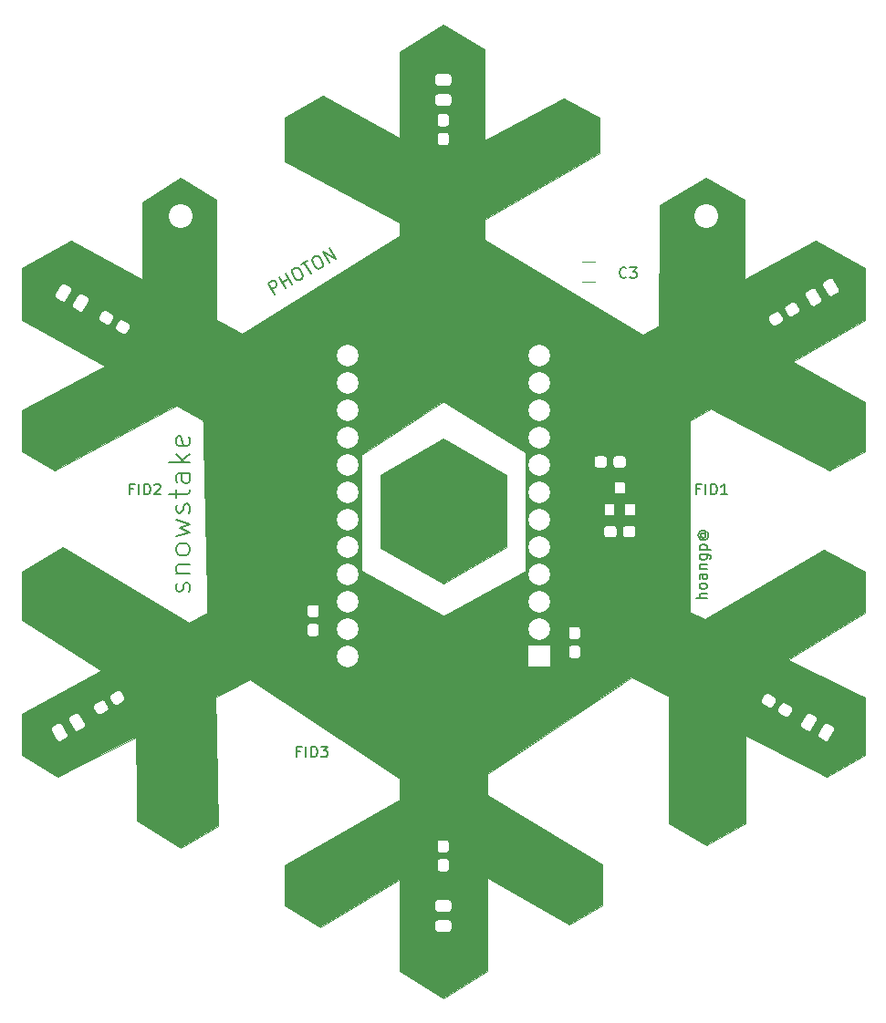
<source format=gbr>
G04 #@! TF.GenerationSoftware,KiCad,Pcbnew,(5.1.10)-1*
G04 #@! TF.CreationDate,2021-05-30T11:34:14-07:00*
G04 #@! TF.ProjectId,snowstake,736e6f77-7374-4616-9b65-2e6b69636164,0.1*
G04 #@! TF.SameCoordinates,Original*
G04 #@! TF.FileFunction,Legend,Top*
G04 #@! TF.FilePolarity,Positive*
%FSLAX46Y46*%
G04 Gerber Fmt 4.6, Leading zero omitted, Abs format (unit mm)*
G04 Created by KiCad (PCBNEW (5.1.10)-1) date 2021-05-30 11:34:14*
%MOMM*%
%LPD*%
G01*
G04 APERTURE LIST*
%ADD10C,0.100000*%
%ADD11C,0.150000*%
%ADD12C,0.200000*%
%ADD13C,0.120000*%
%ADD14C,0.050000*%
%ADD15C,2.202000*%
%ADD16C,1.500000*%
%ADD17C,2.002000*%
G04 APERTURE END LIST*
D10*
G36*
X209042000Y-149047200D02*
G01*
X209042000Y-155752800D01*
X203200000Y-159131000D01*
X197383400Y-155778200D01*
X197358000Y-149047200D01*
X203200000Y-145669000D01*
X209042000Y-149047200D01*
G37*
X209042000Y-149047200D02*
X209042000Y-155752800D01*
X203200000Y-159131000D01*
X197383400Y-155778200D01*
X197358000Y-149047200D01*
X203200000Y-145669000D01*
X209042000Y-149047200D01*
D11*
X179625523Y-159892095D02*
X179720761Y-159701619D01*
X179720761Y-159320666D01*
X179625523Y-159130190D01*
X179435047Y-159034952D01*
X179339809Y-159034952D01*
X179149333Y-159130190D01*
X179054095Y-159320666D01*
X179054095Y-159606380D01*
X178958857Y-159796857D01*
X178768380Y-159892095D01*
X178673142Y-159892095D01*
X178482666Y-159796857D01*
X178387428Y-159606380D01*
X178387428Y-159320666D01*
X178482666Y-159130190D01*
X178387428Y-158177809D02*
X179720761Y-158177809D01*
X178577904Y-158177809D02*
X178482666Y-158082571D01*
X178387428Y-157892095D01*
X178387428Y-157606380D01*
X178482666Y-157415904D01*
X178673142Y-157320666D01*
X179720761Y-157320666D01*
X179720761Y-156082571D02*
X179625523Y-156273047D01*
X179530285Y-156368285D01*
X179339809Y-156463523D01*
X178768380Y-156463523D01*
X178577904Y-156368285D01*
X178482666Y-156273047D01*
X178387428Y-156082571D01*
X178387428Y-155796857D01*
X178482666Y-155606380D01*
X178577904Y-155511142D01*
X178768380Y-155415904D01*
X179339809Y-155415904D01*
X179530285Y-155511142D01*
X179625523Y-155606380D01*
X179720761Y-155796857D01*
X179720761Y-156082571D01*
X178387428Y-154749238D02*
X179720761Y-154368285D01*
X178768380Y-153987333D01*
X179720761Y-153606380D01*
X178387428Y-153225428D01*
X179625523Y-152558761D02*
X179720761Y-152368285D01*
X179720761Y-151987333D01*
X179625523Y-151796857D01*
X179435047Y-151701619D01*
X179339809Y-151701619D01*
X179149333Y-151796857D01*
X179054095Y-151987333D01*
X179054095Y-152273047D01*
X178958857Y-152463523D01*
X178768380Y-152558761D01*
X178673142Y-152558761D01*
X178482666Y-152463523D01*
X178387428Y-152273047D01*
X178387428Y-151987333D01*
X178482666Y-151796857D01*
X178387428Y-151130190D02*
X178387428Y-150368285D01*
X177720761Y-150844476D02*
X179435047Y-150844476D01*
X179625523Y-150749238D01*
X179720761Y-150558761D01*
X179720761Y-150368285D01*
X179720761Y-148844476D02*
X178673142Y-148844476D01*
X178482666Y-148939714D01*
X178387428Y-149130190D01*
X178387428Y-149511142D01*
X178482666Y-149701619D01*
X179625523Y-148844476D02*
X179720761Y-149034952D01*
X179720761Y-149511142D01*
X179625523Y-149701619D01*
X179435047Y-149796857D01*
X179244571Y-149796857D01*
X179054095Y-149701619D01*
X178958857Y-149511142D01*
X178958857Y-149034952D01*
X178863619Y-148844476D01*
X179720761Y-147892095D02*
X177720761Y-147892095D01*
X178958857Y-147701619D02*
X179720761Y-147130190D01*
X178387428Y-147130190D02*
X179149333Y-147892095D01*
X179625523Y-145511142D02*
X179720761Y-145701619D01*
X179720761Y-146082571D01*
X179625523Y-146273047D01*
X179435047Y-146368285D01*
X178673142Y-146368285D01*
X178482666Y-146273047D01*
X178387428Y-146082571D01*
X178387428Y-145701619D01*
X178482666Y-145511142D01*
X178673142Y-145415904D01*
X178863619Y-145415904D01*
X179054095Y-146368285D01*
D12*
X227655380Y-160472047D02*
X226655380Y-160472047D01*
X227655380Y-160043476D02*
X227131571Y-160043476D01*
X227036333Y-160091095D01*
X226988714Y-160186333D01*
X226988714Y-160329190D01*
X227036333Y-160424428D01*
X227083952Y-160472047D01*
X227655380Y-159424428D02*
X227607761Y-159519666D01*
X227560142Y-159567285D01*
X227464904Y-159614904D01*
X227179190Y-159614904D01*
X227083952Y-159567285D01*
X227036333Y-159519666D01*
X226988714Y-159424428D01*
X226988714Y-159281571D01*
X227036333Y-159186333D01*
X227083952Y-159138714D01*
X227179190Y-159091095D01*
X227464904Y-159091095D01*
X227560142Y-159138714D01*
X227607761Y-159186333D01*
X227655380Y-159281571D01*
X227655380Y-159424428D01*
X227655380Y-158233952D02*
X227131571Y-158233952D01*
X227036333Y-158281571D01*
X226988714Y-158376809D01*
X226988714Y-158567285D01*
X227036333Y-158662523D01*
X227607761Y-158233952D02*
X227655380Y-158329190D01*
X227655380Y-158567285D01*
X227607761Y-158662523D01*
X227512523Y-158710142D01*
X227417285Y-158710142D01*
X227322047Y-158662523D01*
X227274428Y-158567285D01*
X227274428Y-158329190D01*
X227226809Y-158233952D01*
X226988714Y-157757761D02*
X227655380Y-157757761D01*
X227083952Y-157757761D02*
X227036333Y-157710142D01*
X226988714Y-157614904D01*
X226988714Y-157472047D01*
X227036333Y-157376809D01*
X227131571Y-157329190D01*
X227655380Y-157329190D01*
X226988714Y-156424428D02*
X227798238Y-156424428D01*
X227893476Y-156472047D01*
X227941095Y-156519666D01*
X227988714Y-156614904D01*
X227988714Y-156757761D01*
X227941095Y-156853000D01*
X227607761Y-156424428D02*
X227655380Y-156519666D01*
X227655380Y-156710142D01*
X227607761Y-156805380D01*
X227560142Y-156853000D01*
X227464904Y-156900619D01*
X227179190Y-156900619D01*
X227083952Y-156853000D01*
X227036333Y-156805380D01*
X226988714Y-156710142D01*
X226988714Y-156519666D01*
X227036333Y-156424428D01*
X226988714Y-155948238D02*
X227988714Y-155948238D01*
X227036333Y-155948238D02*
X226988714Y-155853000D01*
X226988714Y-155662523D01*
X227036333Y-155567285D01*
X227083952Y-155519666D01*
X227179190Y-155472047D01*
X227464904Y-155472047D01*
X227560142Y-155519666D01*
X227607761Y-155567285D01*
X227655380Y-155662523D01*
X227655380Y-155853000D01*
X227607761Y-155948238D01*
X227179190Y-154424428D02*
X227131571Y-154472047D01*
X227083952Y-154567285D01*
X227083952Y-154662523D01*
X227131571Y-154757761D01*
X227179190Y-154805380D01*
X227274428Y-154853000D01*
X227369666Y-154853000D01*
X227464904Y-154805380D01*
X227512523Y-154757761D01*
X227560142Y-154662523D01*
X227560142Y-154567285D01*
X227512523Y-154472047D01*
X227464904Y-154424428D01*
X227083952Y-154424428D02*
X227464904Y-154424428D01*
X227512523Y-154376809D01*
X227512523Y-154329190D01*
X227464904Y-154233952D01*
X227369666Y-154186333D01*
X227131571Y-154186333D01*
X226988714Y-154281571D01*
X226893476Y-154424428D01*
X226845857Y-154614904D01*
X226893476Y-154805380D01*
X226988714Y-154948238D01*
X227131571Y-155043476D01*
X227322047Y-155091095D01*
X227512523Y-155043476D01*
X227655380Y-154948238D01*
X227750619Y-154805380D01*
X227798238Y-154614904D01*
X227750619Y-154424428D01*
X227655380Y-154281571D01*
D10*
G36*
X221437200Y-167360600D02*
G01*
X206248000Y-177469800D01*
X198399400Y-164820600D01*
X214274400Y-156083000D01*
X221437200Y-167360600D01*
G37*
X221437200Y-167360600D02*
X206248000Y-177469800D01*
X198399400Y-164820600D01*
X214274400Y-156083000D01*
X221437200Y-167360600D01*
G36*
X207060800Y-164185600D02*
G01*
X200050400Y-177800000D01*
X183845200Y-167106600D01*
X191643000Y-155752800D01*
X207060800Y-164185600D01*
G37*
X207060800Y-164185600D02*
X200050400Y-177800000D01*
X183845200Y-167106600D01*
X191643000Y-155752800D01*
X207060800Y-164185600D01*
G36*
X222986600Y-136753600D02*
G01*
X213537800Y-148615400D01*
X198882000Y-139522200D01*
X206756000Y-127000000D01*
X222986600Y-136753600D01*
G37*
X222986600Y-136753600D02*
X213537800Y-148615400D01*
X198882000Y-139522200D01*
X206756000Y-127000000D01*
X222986600Y-136753600D01*
G36*
X208788000Y-138582400D02*
G01*
X199491600Y-144627600D01*
X191820800Y-149606000D01*
X183057800Y-136880600D01*
X199644000Y-126492000D01*
X208788000Y-138582400D01*
G37*
X208788000Y-138582400D02*
X199491600Y-144627600D01*
X191820800Y-149606000D01*
X183057800Y-136880600D01*
X199644000Y-126492000D01*
X208788000Y-138582400D01*
G36*
X226060000Y-142748000D02*
G01*
X226060000Y-163068000D01*
X210820000Y-169672000D01*
X210820000Y-134620000D01*
X226060000Y-142748000D01*
G37*
X226060000Y-142748000D02*
X226060000Y-163068000D01*
X210820000Y-169672000D01*
X210820000Y-134620000D01*
X226060000Y-142748000D01*
G36*
X195580000Y-168656000D02*
G01*
X181356000Y-163677600D01*
X180873400Y-142240000D01*
X195580000Y-136144000D01*
X195580000Y-168656000D01*
G37*
X195580000Y-168656000D02*
X181356000Y-163677600D01*
X180873400Y-142240000D01*
X195580000Y-136144000D01*
X195580000Y-168656000D01*
D13*
X211328000Y-169164000D02*
X195072000Y-169164000D01*
D10*
G36*
X200736200Y-185623200D02*
G01*
X191770000Y-191008000D01*
X188468000Y-188976000D01*
X188468000Y-185293000D01*
X200660000Y-178308000D01*
X200736200Y-185623200D01*
G37*
X200736200Y-185623200D02*
X191770000Y-191008000D01*
X188468000Y-188976000D01*
X188468000Y-185293000D01*
X200660000Y-178308000D01*
X200736200Y-185623200D01*
G36*
X217932000Y-185166000D02*
G01*
X217932000Y-188976000D01*
X214884000Y-190754000D01*
X205994000Y-185699400D01*
X205740000Y-177800000D01*
X217932000Y-185166000D01*
G37*
X217932000Y-185166000D02*
X217932000Y-188976000D01*
X214884000Y-190754000D01*
X205994000Y-185699400D01*
X205740000Y-177800000D01*
X217932000Y-185166000D01*
G36*
X217678000Y-115824000D02*
G01*
X217678000Y-119126000D01*
X206248000Y-125730000D01*
X206248000Y-118364000D01*
X214376000Y-114046000D01*
X217678000Y-115824000D01*
G37*
X217678000Y-115824000D02*
X217678000Y-119126000D01*
X206248000Y-125730000D01*
X206248000Y-118364000D01*
X214376000Y-114046000D01*
X217678000Y-115824000D01*
G36*
X200152000Y-118338600D02*
G01*
X199898000Y-125984000D01*
X188468000Y-119888000D01*
X188468000Y-115824000D01*
X192024000Y-113792000D01*
X200152000Y-118338600D01*
G37*
X200152000Y-118338600D02*
X199898000Y-125984000D01*
X188468000Y-119888000D01*
X188468000Y-115824000D01*
X192024000Y-113792000D01*
X200152000Y-118338600D01*
G36*
X181864000Y-164084000D02*
G01*
X175260000Y-169621200D01*
X164084000Y-162534600D01*
X164084000Y-157988000D01*
X167894000Y-155702000D01*
X181864000Y-164084000D01*
G37*
X181864000Y-164084000D02*
X175260000Y-169621200D01*
X164084000Y-162534600D01*
X164084000Y-157988000D01*
X167894000Y-155702000D01*
X181864000Y-164084000D01*
G36*
X242316000Y-142240000D02*
G01*
X242316000Y-146812000D01*
X239014000Y-148590000D01*
X224536000Y-141097000D01*
X232308400Y-136652000D01*
X242316000Y-142240000D01*
G37*
X242316000Y-142240000D02*
X242316000Y-146812000D01*
X239014000Y-148590000D01*
X224536000Y-141097000D01*
X232308400Y-136652000D01*
X242316000Y-142240000D01*
G36*
X242316000Y-157988000D02*
G01*
X242316000Y-161798000D01*
X233172000Y-167386000D01*
X226314000Y-163068000D01*
X238506000Y-155956000D01*
X242316000Y-157988000D01*
G37*
X242316000Y-157988000D02*
X242316000Y-161798000D01*
X233172000Y-167386000D01*
X226314000Y-163068000D01*
X238506000Y-155956000D01*
X242316000Y-157988000D01*
G36*
X181864000Y-140716000D02*
G01*
X167132000Y-148590000D01*
X164084000Y-146812000D01*
X164084000Y-143002000D01*
X176530000Y-136398000D01*
X181864000Y-140716000D01*
G37*
X181864000Y-140716000D02*
X167132000Y-148590000D01*
X164084000Y-146812000D01*
X164084000Y-143002000D01*
X176530000Y-136398000D01*
X181864000Y-140716000D01*
G36*
X207314800Y-195072000D02*
G01*
X203200000Y-197612000D01*
X199161400Y-195072000D01*
X199136000Y-170180000D01*
X207264000Y-170180000D01*
X207314800Y-195072000D01*
G37*
X207314800Y-195072000D02*
X203200000Y-197612000D01*
X199161400Y-195072000D01*
X199136000Y-170180000D01*
X207264000Y-170180000D01*
X207314800Y-195072000D01*
G36*
X207010000Y-109474000D02*
G01*
X207010000Y-132080000D01*
X199136000Y-132080000D01*
X199136000Y-109728000D01*
X203200000Y-107188000D01*
X207010000Y-109474000D01*
G37*
X207010000Y-109474000D02*
X207010000Y-132080000D01*
X199136000Y-132080000D01*
X199136000Y-109728000D01*
X203200000Y-107188000D01*
X207010000Y-109474000D01*
G36*
X231241600Y-172135800D02*
G01*
X231267000Y-181356000D01*
X227584000Y-183388000D01*
X224155000Y-181356000D01*
X224129600Y-168706800D01*
X231241600Y-172135800D01*
G37*
X231241600Y-172135800D02*
X231267000Y-181356000D01*
X227584000Y-183388000D01*
X224155000Y-181356000D01*
X224129600Y-168706800D01*
X231241600Y-172135800D01*
G36*
X182270400Y-181610000D02*
G01*
X178866800Y-183642000D01*
X174752000Y-181102000D01*
X174726600Y-170611800D01*
X182016400Y-169062400D01*
X182270400Y-181610000D01*
G37*
X182270400Y-181610000D02*
X178866800Y-183642000D01*
X174752000Y-181102000D01*
X174726600Y-170611800D01*
X182016400Y-169062400D01*
X182270400Y-181610000D01*
G36*
X231140000Y-123444000D02*
G01*
X231140000Y-135712200D01*
X223240600Y-136728200D01*
X223266000Y-123952000D01*
X227584000Y-121412000D01*
X231140000Y-123444000D01*
G37*
X231140000Y-123444000D02*
X231140000Y-135712200D01*
X223240600Y-136728200D01*
X223266000Y-123952000D01*
X227584000Y-121412000D01*
X231140000Y-123444000D01*
G36*
X242316000Y-129794000D02*
G01*
X242316000Y-134620000D01*
X220014800Y-147497800D01*
X214884000Y-139700000D01*
X237744000Y-127254000D01*
X242316000Y-129794000D01*
G37*
X242316000Y-129794000D02*
X242316000Y-134620000D01*
X220014800Y-147497800D01*
X214884000Y-139700000D01*
X237744000Y-127254000D01*
X242316000Y-129794000D01*
G36*
X191008000Y-165100000D02*
G01*
X167386000Y-177038000D01*
X164084000Y-175006000D01*
X164084000Y-171196000D01*
X186436000Y-159004000D01*
X191008000Y-165100000D01*
G37*
X191008000Y-165100000D02*
X167386000Y-177038000D01*
X164084000Y-175006000D01*
X164084000Y-171196000D01*
X186436000Y-159004000D01*
X191008000Y-165100000D01*
G36*
X242316000Y-169672000D02*
G01*
X242316000Y-175006000D01*
X238760000Y-177038000D01*
X215392000Y-165100000D01*
X219456000Y-158496000D01*
X242316000Y-169672000D01*
G37*
X242316000Y-169672000D02*
X242316000Y-175006000D01*
X238760000Y-177038000D01*
X215392000Y-165100000D01*
X219456000Y-158496000D01*
X242316000Y-169672000D01*
G36*
X182118000Y-123444000D02*
G01*
X182118000Y-137160000D01*
X175310800Y-133400800D01*
X175310800Y-123698000D01*
X178816000Y-121412000D01*
X182118000Y-123444000D01*
G37*
X182118000Y-123444000D02*
X182118000Y-137160000D01*
X175310800Y-133400800D01*
X175310800Y-123698000D01*
X178816000Y-121412000D01*
X182118000Y-123444000D01*
G36*
X191516000Y-139700000D02*
G01*
X186867800Y-147294600D01*
X164084000Y-134620000D01*
X164084000Y-129794000D01*
X168656000Y-127254000D01*
X191516000Y-139700000D01*
G37*
X191516000Y-139700000D02*
X186867800Y-147294600D01*
X164084000Y-134620000D01*
X164084000Y-129794000D01*
X168656000Y-127254000D01*
X191516000Y-139700000D01*
D14*
X214376000Y-170688000D02*
X192024000Y-170688000D01*
D13*
X218522733Y-147318000D02*
X218865267Y-147318000D01*
X218522733Y-148338000D02*
X218865267Y-148338000D01*
X234294678Y-169906694D02*
X234591322Y-170077961D01*
X233784678Y-170790039D02*
X234081322Y-170961306D01*
X203710000Y-184232733D02*
X203710000Y-184575267D01*
X202690000Y-184232733D02*
X202690000Y-184575267D01*
X219411733Y-153795000D02*
X219754267Y-153795000D01*
X219411733Y-154815000D02*
X219754267Y-154815000D01*
X172615322Y-170536039D02*
X172318678Y-170707306D01*
X172105322Y-169652694D02*
X171808678Y-169823961D01*
X172613322Y-135401306D02*
X172316678Y-135230039D01*
X173123322Y-134517961D02*
X172826678Y-134346694D01*
X202690000Y-117138267D02*
X202690000Y-116795733D01*
X203710000Y-117138267D02*
X203710000Y-116795733D01*
X234419678Y-133755961D02*
X234716322Y-133584694D01*
X234929678Y-134639306D02*
X235226322Y-134468039D01*
X221163000Y-150497000D02*
X220233000Y-150497000D01*
X218003000Y-150497000D02*
X218933000Y-150497000D01*
X218003000Y-150497000D02*
X218003000Y-152657000D01*
X221163000Y-150497000D02*
X221163000Y-151957000D01*
X236602076Y-172797384D02*
X238927354Y-174139884D01*
X238927354Y-174139884D02*
X239887354Y-172477116D01*
X239887354Y-172477116D02*
X237562076Y-171134616D01*
X202240000Y-188992000D02*
X202240000Y-191677000D01*
X202240000Y-191677000D02*
X204160000Y-191677000D01*
X204160000Y-191677000D02*
X204160000Y-188992000D01*
X168788025Y-171134616D02*
X166462747Y-172477116D01*
X166462747Y-172477116D02*
X167422747Y-174139884D01*
X167422747Y-174139884D02*
X169748025Y-172797384D01*
X170129025Y-132256616D02*
X167803747Y-130914116D01*
X167803747Y-130914116D02*
X166843747Y-132576884D01*
X166843747Y-132576884D02*
X169169025Y-133919384D01*
X204160000Y-114284000D02*
X204160000Y-111599000D01*
X204160000Y-111599000D02*
X202240000Y-111599000D01*
X202240000Y-111599000D02*
X202240000Y-114284000D01*
X237992975Y-133411384D02*
X240318253Y-132068884D01*
X240318253Y-132068884D02*
X239358253Y-130406116D01*
X239358253Y-130406116D02*
X237032975Y-131748616D01*
X216059936Y-129265000D02*
X217264064Y-129265000D01*
X216059936Y-131085000D02*
X217264064Y-131085000D01*
X191645000Y-162388733D02*
X191645000Y-162731267D01*
X190625000Y-162388733D02*
X190625000Y-162731267D01*
X214882000Y-164763267D02*
X214882000Y-164420733D01*
X215902000Y-164763267D02*
X215902000Y-164420733D01*
D11*
X193037460Y-136640280D02*
X194561460Y-133610280D01*
X213357460Y-136640280D02*
X211833460Y-133610280D01*
X211833460Y-133610280D02*
X194561460Y-133610280D01*
X193037460Y-169750740D02*
X193037460Y-136640280D01*
X213357460Y-169750280D02*
X213357460Y-136640280D01*
X199184260Y-169750740D02*
X193037460Y-169750740D01*
X207210660Y-169750280D02*
X213357460Y-169750280D01*
X207210660Y-171655740D02*
X207210660Y-169750740D01*
X199184260Y-171655740D02*
X199184260Y-169750740D01*
X207210660Y-171655740D02*
X199184260Y-171655740D01*
X226822095Y-123388380D02*
X226822095Y-122388380D01*
X226822095Y-122864571D02*
X227393523Y-122864571D01*
X227393523Y-123388380D02*
X227393523Y-122388380D01*
X227822095Y-122483619D02*
X227869714Y-122436000D01*
X227964952Y-122388380D01*
X228203047Y-122388380D01*
X228298285Y-122436000D01*
X228345904Y-122483619D01*
X228393523Y-122578857D01*
X228393523Y-122674095D01*
X228345904Y-122816952D01*
X227774476Y-123388380D01*
X228393523Y-123388380D01*
X178054095Y-123388380D02*
X178054095Y-122388380D01*
X178054095Y-122864571D02*
X178625523Y-122864571D01*
X178625523Y-123388380D02*
X178625523Y-122388380D01*
X179625523Y-123388380D02*
X179054095Y-123388380D01*
X179339809Y-123388380D02*
X179339809Y-122388380D01*
X179244571Y-122531238D01*
X179149333Y-122626476D01*
X179054095Y-122674095D01*
X189936571Y-174712571D02*
X189603238Y-174712571D01*
X189603238Y-175236380D02*
X189603238Y-174236380D01*
X190079428Y-174236380D01*
X190460380Y-175236380D02*
X190460380Y-174236380D01*
X190936571Y-175236380D02*
X190936571Y-174236380D01*
X191174666Y-174236380D01*
X191317523Y-174284000D01*
X191412761Y-174379238D01*
X191460380Y-174474476D01*
X191508000Y-174664952D01*
X191508000Y-174807809D01*
X191460380Y-174998285D01*
X191412761Y-175093523D01*
X191317523Y-175188761D01*
X191174666Y-175236380D01*
X190936571Y-175236380D01*
X191841333Y-174236380D02*
X192460380Y-174236380D01*
X192127047Y-174617333D01*
X192269904Y-174617333D01*
X192365142Y-174664952D01*
X192412761Y-174712571D01*
X192460380Y-174807809D01*
X192460380Y-175045904D01*
X192412761Y-175141142D01*
X192365142Y-175188761D01*
X192269904Y-175236380D01*
X191984190Y-175236380D01*
X191888952Y-175188761D01*
X191841333Y-175141142D01*
X174442571Y-150328571D02*
X174109238Y-150328571D01*
X174109238Y-150852380D02*
X174109238Y-149852380D01*
X174585428Y-149852380D01*
X174966380Y-150852380D02*
X174966380Y-149852380D01*
X175442571Y-150852380D02*
X175442571Y-149852380D01*
X175680666Y-149852380D01*
X175823523Y-149900000D01*
X175918761Y-149995238D01*
X175966380Y-150090476D01*
X176014000Y-150280952D01*
X176014000Y-150423809D01*
X175966380Y-150614285D01*
X175918761Y-150709523D01*
X175823523Y-150804761D01*
X175680666Y-150852380D01*
X175442571Y-150852380D01*
X176394952Y-149947619D02*
X176442571Y-149900000D01*
X176537809Y-149852380D01*
X176775904Y-149852380D01*
X176871142Y-149900000D01*
X176918761Y-149947619D01*
X176966380Y-150042857D01*
X176966380Y-150138095D01*
X176918761Y-150280952D01*
X176347333Y-150852380D01*
X176966380Y-150852380D01*
X227020571Y-150328571D02*
X226687238Y-150328571D01*
X226687238Y-150852380D02*
X226687238Y-149852380D01*
X227163428Y-149852380D01*
X227544380Y-150852380D02*
X227544380Y-149852380D01*
X228020571Y-150852380D02*
X228020571Y-149852380D01*
X228258666Y-149852380D01*
X228401523Y-149900000D01*
X228496761Y-149995238D01*
X228544380Y-150090476D01*
X228592000Y-150280952D01*
X228592000Y-150423809D01*
X228544380Y-150614285D01*
X228496761Y-150709523D01*
X228401523Y-150804761D01*
X228258666Y-150852380D01*
X228020571Y-150852380D01*
X229544380Y-150852380D02*
X228972952Y-150852380D01*
X229258666Y-150852380D02*
X229258666Y-149852380D01*
X229163428Y-149995238D01*
X229068190Y-150090476D01*
X228972952Y-150138095D01*
X218527333Y-146850380D02*
X218194000Y-146374190D01*
X217955904Y-146850380D02*
X217955904Y-145850380D01*
X218336857Y-145850380D01*
X218432095Y-145898000D01*
X218479714Y-145945619D01*
X218527333Y-146040857D01*
X218527333Y-146183714D01*
X218479714Y-146278952D01*
X218432095Y-146326571D01*
X218336857Y-146374190D01*
X217955904Y-146374190D01*
X219003523Y-146850380D02*
X219194000Y-146850380D01*
X219289238Y-146802761D01*
X219336857Y-146755142D01*
X219432095Y-146612285D01*
X219479714Y-146421809D01*
X219479714Y-146040857D01*
X219432095Y-145945619D01*
X219384476Y-145898000D01*
X219289238Y-145850380D01*
X219098761Y-145850380D01*
X219003523Y-145898000D01*
X218955904Y-145945619D01*
X218908285Y-146040857D01*
X218908285Y-146278952D01*
X218955904Y-146374190D01*
X219003523Y-146421809D01*
X219098761Y-146469428D01*
X219289238Y-146469428D01*
X219384476Y-146421809D01*
X219432095Y-146374190D01*
X219479714Y-146278952D01*
X234532471Y-169504024D02*
X234481892Y-168924964D01*
X234037600Y-169218309D02*
X234537600Y-168352284D01*
X234867514Y-168542760D01*
X234926183Y-168631618D01*
X234943613Y-168696667D01*
X234937233Y-168802955D01*
X234865805Y-168926673D01*
X234776946Y-168985342D01*
X234711898Y-169002772D01*
X234605609Y-168996392D01*
X234275695Y-168805916D01*
X235313057Y-169294866D02*
X235254388Y-169206008D01*
X235236959Y-169140959D01*
X235243338Y-169034671D01*
X235267148Y-168993432D01*
X235356006Y-168934762D01*
X235421055Y-168917333D01*
X235527343Y-168923712D01*
X235692300Y-169018951D01*
X235750969Y-169107809D01*
X235768399Y-169172858D01*
X235762019Y-169279146D01*
X235738210Y-169320385D01*
X235649352Y-169379054D01*
X235584303Y-169396484D01*
X235478015Y-169390104D01*
X235313057Y-169294866D01*
X235206769Y-169288486D01*
X235141720Y-169305916D01*
X235052862Y-169364585D01*
X234957624Y-169529543D01*
X234951244Y-169635831D01*
X234968674Y-169700879D01*
X235027343Y-169789738D01*
X235192300Y-169884976D01*
X235298588Y-169891356D01*
X235363637Y-169873926D01*
X235452496Y-169815257D01*
X235547734Y-169650300D01*
X235554113Y-169544011D01*
X235536684Y-169478963D01*
X235478015Y-169390104D01*
X205082380Y-184570666D02*
X204606190Y-184904000D01*
X205082380Y-185142095D02*
X204082380Y-185142095D01*
X204082380Y-184761142D01*
X204130000Y-184665904D01*
X204177619Y-184618285D01*
X204272857Y-184570666D01*
X204415714Y-184570666D01*
X204510952Y-184618285D01*
X204558571Y-184665904D01*
X204606190Y-184761142D01*
X204606190Y-185142095D01*
X204082380Y-184237333D02*
X204082380Y-183570666D01*
X205082380Y-183999238D01*
X219416333Y-153327380D02*
X219083000Y-152851190D01*
X218844904Y-153327380D02*
X218844904Y-152327380D01*
X219225857Y-152327380D01*
X219321095Y-152375000D01*
X219368714Y-152422619D01*
X219416333Y-152517857D01*
X219416333Y-152660714D01*
X219368714Y-152755952D01*
X219321095Y-152803571D01*
X219225857Y-152851190D01*
X218844904Y-152851190D01*
X220273476Y-152327380D02*
X220083000Y-152327380D01*
X219987761Y-152375000D01*
X219940142Y-152422619D01*
X219844904Y-152565476D01*
X219797285Y-152755952D01*
X219797285Y-153136904D01*
X219844904Y-153232142D01*
X219892523Y-153279761D01*
X219987761Y-153327380D01*
X220178238Y-153327380D01*
X220273476Y-153279761D01*
X220321095Y-153232142D01*
X220368714Y-153136904D01*
X220368714Y-152898809D01*
X220321095Y-152803571D01*
X220273476Y-152755952D01*
X220178238Y-152708333D01*
X219987761Y-152708333D01*
X219892523Y-152755952D01*
X219844904Y-152803571D01*
X219797285Y-152898809D01*
X173008852Y-171893522D02*
X172482082Y-171647796D01*
X172513981Y-172179237D02*
X172013981Y-171313211D01*
X172343895Y-171122735D01*
X172450183Y-171116355D01*
X172515232Y-171133785D01*
X172604091Y-171192454D01*
X172675519Y-171316172D01*
X172681899Y-171422460D01*
X172664469Y-171487509D01*
X172605800Y-171576367D01*
X172275886Y-171766843D01*
X173292399Y-170575116D02*
X172880006Y-170813211D01*
X173076862Y-171249414D01*
X173094292Y-171184365D01*
X173152961Y-171095507D01*
X173359157Y-170976459D01*
X173465446Y-170970079D01*
X173530494Y-170987509D01*
X173619353Y-171046178D01*
X173738400Y-171252375D01*
X173744780Y-171358663D01*
X173727350Y-171423711D01*
X173668681Y-171512570D01*
X173462485Y-171631617D01*
X173356197Y-171637997D01*
X173291148Y-171620567D01*
X171634471Y-136420856D02*
X171583892Y-135841796D01*
X171139600Y-136135141D02*
X171639600Y-135269116D01*
X171969514Y-135459592D01*
X172028183Y-135548450D01*
X172045613Y-135613499D01*
X172039233Y-135719787D01*
X171967805Y-135843505D01*
X171878946Y-135902174D01*
X171813898Y-135919604D01*
X171707609Y-135913224D01*
X171377695Y-135722748D01*
X172710112Y-136272077D02*
X172376779Y-136849427D01*
X172694392Y-135823115D02*
X172131053Y-136322657D01*
X172667164Y-136632180D01*
X202222380Y-117133666D02*
X201746190Y-117467000D01*
X202222380Y-117705095D02*
X201222380Y-117705095D01*
X201222380Y-117324142D01*
X201270000Y-117228904D01*
X201317619Y-117181285D01*
X201412857Y-117133666D01*
X201555714Y-117133666D01*
X201650952Y-117181285D01*
X201698571Y-117228904D01*
X201746190Y-117324142D01*
X201746190Y-117705095D01*
X201222380Y-116800333D02*
X201222380Y-116181285D01*
X201603333Y-116514619D01*
X201603333Y-116371761D01*
X201650952Y-116276523D01*
X201698571Y-116228904D01*
X201793809Y-116181285D01*
X202031904Y-116181285D01*
X202127142Y-116228904D01*
X202174761Y-116276523D01*
X202222380Y-116371761D01*
X202222380Y-116657476D01*
X202174761Y-116752714D01*
X202127142Y-116800333D01*
X234189852Y-133348690D02*
X233663082Y-133102964D01*
X233694981Y-133634405D02*
X233194981Y-132768379D01*
X233524895Y-132577903D01*
X233631183Y-132571523D01*
X233696232Y-132588953D01*
X233785091Y-132647622D01*
X233856519Y-132771340D01*
X233862899Y-132877628D01*
X233845469Y-132942677D01*
X233786800Y-133031535D01*
X233456886Y-133222011D01*
X234067386Y-132374667D02*
X234084816Y-132309618D01*
X234143485Y-132220760D01*
X234349681Y-132101712D01*
X234455969Y-132095333D01*
X234521018Y-132112762D01*
X234609877Y-132171432D01*
X234657496Y-132253910D01*
X234687685Y-132401438D01*
X234478528Y-133182024D01*
X235014639Y-132872500D01*
X217630619Y-151352238D02*
X217583000Y-151447476D01*
X217487761Y-151542714D01*
X217344904Y-151685571D01*
X217297285Y-151780809D01*
X217297285Y-151876047D01*
X217535380Y-151828428D02*
X217487761Y-151923666D01*
X217392523Y-152018904D01*
X217202047Y-152066523D01*
X216868714Y-152066523D01*
X216678238Y-152018904D01*
X216583000Y-151923666D01*
X216535380Y-151828428D01*
X216535380Y-151637952D01*
X216583000Y-151542714D01*
X216678238Y-151447476D01*
X216868714Y-151399857D01*
X217202047Y-151399857D01*
X217392523Y-151447476D01*
X217487761Y-151542714D01*
X217535380Y-151637952D01*
X217535380Y-151828428D01*
X216630619Y-151018904D02*
X216583000Y-150971285D01*
X216535380Y-150876047D01*
X216535380Y-150637952D01*
X216583000Y-150542714D01*
X216630619Y-150495095D01*
X216725857Y-150447476D01*
X216821095Y-150447476D01*
X216963952Y-150495095D01*
X217535380Y-151066523D01*
X217535380Y-150447476D01*
X236257701Y-173917667D02*
X236757701Y-173051642D01*
X236963897Y-173170689D01*
X237063806Y-173283357D01*
X237098665Y-173413455D01*
X237092286Y-173519743D01*
X237038287Y-173708510D01*
X236966858Y-173832228D01*
X236830381Y-173973376D01*
X236741522Y-174032045D01*
X236611425Y-174066904D01*
X236463897Y-174036715D01*
X236257701Y-173917667D01*
X237994880Y-173765928D02*
X237829923Y-173670689D01*
X237723635Y-173664310D01*
X237658586Y-173681740D01*
X237504679Y-173757838D01*
X237368201Y-173898986D01*
X237177725Y-174228901D01*
X237171345Y-174335189D01*
X237188775Y-174400237D01*
X237247444Y-174489096D01*
X237412401Y-174584334D01*
X237518689Y-174590714D01*
X237583738Y-174573284D01*
X237672597Y-174514615D01*
X237791644Y-174308418D01*
X237798024Y-174202130D01*
X237780594Y-174137081D01*
X237721925Y-174048223D01*
X237556968Y-173952985D01*
X237450680Y-173946605D01*
X237385631Y-173964035D01*
X237296773Y-174022704D01*
X202002380Y-190730095D02*
X201002380Y-190730095D01*
X201002380Y-190492000D01*
X201050000Y-190349142D01*
X201145238Y-190253904D01*
X201240476Y-190206285D01*
X201430952Y-190158666D01*
X201573809Y-190158666D01*
X201764285Y-190206285D01*
X201859523Y-190253904D01*
X201954761Y-190349142D01*
X202002380Y-190492000D01*
X202002380Y-190730095D01*
X201002380Y-189253904D02*
X201002380Y-189730095D01*
X201478571Y-189777714D01*
X201430952Y-189730095D01*
X201383333Y-189634857D01*
X201383333Y-189396761D01*
X201430952Y-189301523D01*
X201478571Y-189253904D01*
X201573809Y-189206285D01*
X201811904Y-189206285D01*
X201907142Y-189253904D01*
X201954761Y-189301523D01*
X202002380Y-189396761D01*
X202002380Y-189634857D01*
X201954761Y-189730095D01*
X201907142Y-189777714D01*
X167163981Y-171797879D02*
X166663981Y-170931853D01*
X166870177Y-170812805D01*
X167017705Y-170782616D01*
X167147802Y-170817476D01*
X167236661Y-170876145D01*
X167373138Y-171017293D01*
X167444567Y-171141010D01*
X167498565Y-171329777D01*
X167504945Y-171436065D01*
X167470086Y-171566163D01*
X167370177Y-171678831D01*
X167163981Y-171797879D01*
X168067827Y-170506243D02*
X168401160Y-171083593D01*
X167671154Y-170295376D02*
X167822100Y-171033013D01*
X168358211Y-170723489D01*
X168742600Y-131181783D02*
X169242600Y-130315758D01*
X169448796Y-130434805D01*
X169548705Y-130547473D01*
X169583564Y-130677571D01*
X169577185Y-130783859D01*
X169523186Y-130972626D01*
X169451757Y-131096344D01*
X169315280Y-131237492D01*
X169226421Y-131296161D01*
X169096324Y-131331020D01*
X168948796Y-131300831D01*
X168742600Y-131181783D01*
X170026147Y-130768139D02*
X170562258Y-131077663D01*
X170083106Y-131240910D01*
X170206824Y-131312339D01*
X170265493Y-131401197D01*
X170282923Y-131466246D01*
X170276543Y-131572534D01*
X170157496Y-131778731D01*
X170068637Y-131837400D01*
X170003588Y-131854830D01*
X169897300Y-131848450D01*
X169649865Y-131705593D01*
X169591195Y-131616734D01*
X169573766Y-131551686D01*
X205302380Y-114022095D02*
X204302380Y-114022095D01*
X204302380Y-113784000D01*
X204350000Y-113641142D01*
X204445238Y-113545904D01*
X204540476Y-113498285D01*
X204730952Y-113450666D01*
X204873809Y-113450666D01*
X205064285Y-113498285D01*
X205159523Y-113545904D01*
X205254761Y-113641142D01*
X205302380Y-113784000D01*
X205302380Y-114022095D01*
X204397619Y-113069714D02*
X204350000Y-113022095D01*
X204302380Y-112926857D01*
X204302380Y-112688761D01*
X204350000Y-112593523D01*
X204397619Y-112545904D01*
X204492857Y-112498285D01*
X204588095Y-112498285D01*
X204730952Y-112545904D01*
X205302380Y-113117333D01*
X205302380Y-112498285D01*
X238790981Y-134269763D02*
X238290981Y-133403737D01*
X238497177Y-133284689D01*
X238644705Y-133254500D01*
X238774802Y-133289360D01*
X238863661Y-133348029D01*
X239000138Y-133489177D01*
X239071567Y-133612894D01*
X239125565Y-133801661D01*
X239131945Y-133907949D01*
X239097086Y-134038047D01*
X238997177Y-134150715D01*
X238790981Y-134269763D01*
X240110639Y-133507858D02*
X239615767Y-133793572D01*
X239863203Y-133650715D02*
X239363203Y-132784689D01*
X239352153Y-132956026D01*
X239317293Y-133086124D01*
X239258624Y-133174982D01*
X220178333Y-130659142D02*
X220130714Y-130706761D01*
X219987857Y-130754380D01*
X219892619Y-130754380D01*
X219749761Y-130706761D01*
X219654523Y-130611523D01*
X219606904Y-130516285D01*
X219559285Y-130325809D01*
X219559285Y-130182952D01*
X219606904Y-129992476D01*
X219654523Y-129897238D01*
X219749761Y-129802000D01*
X219892619Y-129754380D01*
X219987857Y-129754380D01*
X220130714Y-129802000D01*
X220178333Y-129849619D01*
X220511666Y-129754380D02*
X221130714Y-129754380D01*
X220797380Y-130135333D01*
X220940238Y-130135333D01*
X221035476Y-130182952D01*
X221083095Y-130230571D01*
X221130714Y-130325809D01*
X221130714Y-130563904D01*
X221083095Y-130659142D01*
X221035476Y-130706761D01*
X220940238Y-130754380D01*
X220654523Y-130754380D01*
X220559285Y-130706761D01*
X220511666Y-130659142D01*
X192922142Y-162726666D02*
X192969761Y-162774285D01*
X193017380Y-162917142D01*
X193017380Y-163012380D01*
X192969761Y-163155238D01*
X192874523Y-163250476D01*
X192779285Y-163298095D01*
X192588809Y-163345714D01*
X192445952Y-163345714D01*
X192255476Y-163298095D01*
X192160238Y-163250476D01*
X192065000Y-163155238D01*
X192017380Y-163012380D01*
X192017380Y-162917142D01*
X192065000Y-162774285D01*
X192112619Y-162726666D01*
X192112619Y-162345714D02*
X192065000Y-162298095D01*
X192017380Y-162202857D01*
X192017380Y-161964761D01*
X192065000Y-161869523D01*
X192112619Y-161821904D01*
X192207857Y-161774285D01*
X192303095Y-161774285D01*
X192445952Y-161821904D01*
X193017380Y-162393333D01*
X193017380Y-161774285D01*
X214319142Y-164758666D02*
X214366761Y-164806285D01*
X214414380Y-164949142D01*
X214414380Y-165044380D01*
X214366761Y-165187238D01*
X214271523Y-165282476D01*
X214176285Y-165330095D01*
X213985809Y-165377714D01*
X213842952Y-165377714D01*
X213652476Y-165330095D01*
X213557238Y-165282476D01*
X213462000Y-165187238D01*
X213414380Y-165044380D01*
X213414380Y-164949142D01*
X213462000Y-164806285D01*
X213509619Y-164758666D01*
X214414380Y-163806285D02*
X214414380Y-164377714D01*
X214414380Y-164092000D02*
X213414380Y-164092000D01*
X213557238Y-164187238D01*
X213652476Y-164282476D01*
X213700095Y-164377714D01*
X211543174Y-170193597D02*
X211543174Y-171165025D01*
X211600317Y-171279311D01*
X211657460Y-171336454D01*
X211771745Y-171393597D01*
X212000317Y-171393597D01*
X212114602Y-171336454D01*
X212171745Y-171279311D01*
X212228888Y-171165025D01*
X212228888Y-170193597D01*
X213428888Y-171393597D02*
X212743174Y-171393597D01*
X213086031Y-171393597D02*
X213086031Y-170193597D01*
X212971745Y-170365025D01*
X212857460Y-170479311D01*
X212743174Y-170536454D01*
X187544916Y-132287985D02*
X186944916Y-131248754D01*
X187340813Y-131020183D01*
X187468359Y-131012527D01*
X187546418Y-131033443D01*
X187653048Y-131103846D01*
X187738762Y-131252307D01*
X187746418Y-131379853D01*
X187725502Y-131457912D01*
X187655099Y-131564542D01*
X187259202Y-131793113D01*
X188584147Y-131687985D02*
X187984147Y-130648754D01*
X188269861Y-131143626D02*
X188863707Y-130800769D01*
X189177993Y-131345128D02*
X188577993Y-130305897D01*
X189270813Y-129905897D02*
X189468761Y-129791611D01*
X189596307Y-129783956D01*
X189752424Y-129825787D01*
X189916197Y-129995164D01*
X190116197Y-130341575D01*
X190180996Y-130568095D01*
X190139164Y-130724212D01*
X190068761Y-130830842D01*
X189870813Y-130945128D01*
X189743267Y-130952783D01*
X189587150Y-130910952D01*
X189423377Y-130741575D01*
X189223377Y-130395164D01*
X189158578Y-130168644D01*
X189200410Y-130012527D01*
X189270813Y-129905897D01*
X190013120Y-129477326D02*
X190606966Y-129134469D01*
X190910043Y-130345128D02*
X190310043Y-129305897D01*
X191151325Y-128820183D02*
X191349274Y-128705897D01*
X191476820Y-128698241D01*
X191632937Y-128740073D01*
X191796710Y-128909450D01*
X191996710Y-129255860D01*
X192061508Y-129482380D01*
X192019677Y-129638498D01*
X191949274Y-129745128D01*
X191751325Y-129859413D01*
X191623779Y-129867069D01*
X191467662Y-129825238D01*
X191303889Y-129655860D01*
X191103889Y-129309450D01*
X191039091Y-129082930D01*
X191080922Y-128926813D01*
X191151325Y-128820183D01*
X192642094Y-129345128D02*
X192042094Y-128305897D01*
X193235940Y-129002270D01*
X192635940Y-127963040D01*
%LPC*%
D15*
X227584000Y-124968000D03*
X178816000Y-124968000D03*
D16*
X191008000Y-176784000D03*
X175514000Y-152400000D03*
X228092000Y-152400000D03*
G36*
G01*
X218993000Y-148091000D02*
X218993000Y-147565000D01*
G75*
G02*
X219256000Y-147302000I263000J0D01*
G01*
X219882000Y-147302000D01*
G75*
G02*
X220145000Y-147565000I0J-263000D01*
G01*
X220145000Y-148091000D01*
G75*
G02*
X219882000Y-148354000I-263000J0D01*
G01*
X219256000Y-148354000D01*
G75*
G02*
X218993000Y-148091000I0J263000D01*
G01*
G37*
G36*
G01*
X217243000Y-148091000D02*
X217243000Y-147565000D01*
G75*
G02*
X217506000Y-147302000I263000J0D01*
G01*
X218132000Y-147302000D01*
G75*
G02*
X218395000Y-147565000I0J-263000D01*
G01*
X218395000Y-148091000D01*
G75*
G02*
X218132000Y-148354000I-263000J0D01*
G01*
X217506000Y-148354000D01*
G75*
G02*
X217243000Y-148091000I0J263000D01*
G01*
G37*
G36*
G01*
X234315441Y-170811265D02*
X234578441Y-170355735D01*
G75*
G02*
X234937706Y-170259470I227765J-131500D01*
G01*
X235479838Y-170572470D01*
G75*
G02*
X235576103Y-170931735I-131500J-227765D01*
G01*
X235313103Y-171387265D01*
G75*
G02*
X234953838Y-171483530I-227765J131500D01*
G01*
X234411706Y-171170530D01*
G75*
G02*
X234315441Y-170811265I131500J227765D01*
G01*
G37*
G36*
G01*
X232799897Y-169936265D02*
X233062897Y-169480735D01*
G75*
G02*
X233422162Y-169384470I227765J-131500D01*
G01*
X233964294Y-169697470D01*
G75*
G02*
X234060559Y-170056735I-131500J-227765D01*
G01*
X233797559Y-170512265D01*
G75*
G02*
X233438294Y-170608530I-227765J131500D01*
G01*
X232896162Y-170295530D01*
G75*
G02*
X232799897Y-169936265I131500J227765D01*
G01*
G37*
G36*
G01*
X202937000Y-184703000D02*
X203463000Y-184703000D01*
G75*
G02*
X203726000Y-184966000I0J-263000D01*
G01*
X203726000Y-185592000D01*
G75*
G02*
X203463000Y-185855000I-263000J0D01*
G01*
X202937000Y-185855000D01*
G75*
G02*
X202674000Y-185592000I0J263000D01*
G01*
X202674000Y-184966000D01*
G75*
G02*
X202937000Y-184703000I263000J0D01*
G01*
G37*
G36*
G01*
X202937000Y-182953000D02*
X203463000Y-182953000D01*
G75*
G02*
X203726000Y-183216000I0J-263000D01*
G01*
X203726000Y-183842000D01*
G75*
G02*
X203463000Y-184105000I-263000J0D01*
G01*
X202937000Y-184105000D01*
G75*
G02*
X202674000Y-183842000I0J263000D01*
G01*
X202674000Y-183216000D01*
G75*
G02*
X202937000Y-182953000I263000J0D01*
G01*
G37*
G36*
G01*
X219882000Y-154568000D02*
X219882000Y-154042000D01*
G75*
G02*
X220145000Y-153779000I263000J0D01*
G01*
X220771000Y-153779000D01*
G75*
G02*
X221034000Y-154042000I0J-263000D01*
G01*
X221034000Y-154568000D01*
G75*
G02*
X220771000Y-154831000I-263000J0D01*
G01*
X220145000Y-154831000D01*
G75*
G02*
X219882000Y-154568000I0J263000D01*
G01*
G37*
G36*
G01*
X218132000Y-154568000D02*
X218132000Y-154042000D01*
G75*
G02*
X218395000Y-153779000I263000J0D01*
G01*
X219021000Y-153779000D01*
G75*
G02*
X219284000Y-154042000I0J-263000D01*
G01*
X219284000Y-154568000D01*
G75*
G02*
X219021000Y-154831000I-263000J0D01*
G01*
X218395000Y-154831000D01*
G75*
G02*
X218132000Y-154568000I0J263000D01*
G01*
G37*
G36*
G01*
X171821559Y-170101735D02*
X172084559Y-170557265D01*
G75*
G02*
X171988294Y-170916530I-227765J-131500D01*
G01*
X171446162Y-171229530D01*
G75*
G02*
X171086897Y-171133265I-131500J227765D01*
G01*
X170823897Y-170677735D01*
G75*
G02*
X170920162Y-170318470I227765J131500D01*
G01*
X171462294Y-170005470D01*
G75*
G02*
X171821559Y-170101735I131500J-227765D01*
G01*
G37*
G36*
G01*
X173337103Y-169226735D02*
X173600103Y-169682265D01*
G75*
G02*
X173503838Y-170041530I-227765J-131500D01*
G01*
X172961706Y-170354530D01*
G75*
G02*
X172602441Y-170258265I-131500J227765D01*
G01*
X172339441Y-169802735D01*
G75*
G02*
X172435706Y-169443470I227765J131500D01*
G01*
X172977838Y-169130470D01*
G75*
G02*
X173337103Y-169226735I131500J-227765D01*
G01*
G37*
G36*
G01*
X172592559Y-134496735D02*
X172329559Y-134952265D01*
G75*
G02*
X171970294Y-135048530I-227765J131500D01*
G01*
X171428162Y-134735530D01*
G75*
G02*
X171331897Y-134376265I131500J227765D01*
G01*
X171594897Y-133920735D01*
G75*
G02*
X171954162Y-133824470I227765J-131500D01*
G01*
X172496294Y-134137470D01*
G75*
G02*
X172592559Y-134496735I-131500J-227765D01*
G01*
G37*
G36*
G01*
X174108103Y-135371735D02*
X173845103Y-135827265D01*
G75*
G02*
X173485838Y-135923530I-227765J131500D01*
G01*
X172943706Y-135610530D01*
G75*
G02*
X172847441Y-135251265I131500J227765D01*
G01*
X173110441Y-134795735D01*
G75*
G02*
X173469706Y-134699470I227765J-131500D01*
G01*
X174011838Y-135012470D01*
G75*
G02*
X174108103Y-135371735I-131500J-227765D01*
G01*
G37*
G36*
G01*
X203463000Y-116668000D02*
X202937000Y-116668000D01*
G75*
G02*
X202674000Y-116405000I0J263000D01*
G01*
X202674000Y-115779000D01*
G75*
G02*
X202937000Y-115516000I263000J0D01*
G01*
X203463000Y-115516000D01*
G75*
G02*
X203726000Y-115779000I0J-263000D01*
G01*
X203726000Y-116405000D01*
G75*
G02*
X203463000Y-116668000I-263000J0D01*
G01*
G37*
G36*
G01*
X203463000Y-118418000D02*
X202937000Y-118418000D01*
G75*
G02*
X202674000Y-118155000I0J263000D01*
G01*
X202674000Y-117529000D01*
G75*
G02*
X202937000Y-117266000I263000J0D01*
G01*
X203463000Y-117266000D01*
G75*
G02*
X203726000Y-117529000I0J-263000D01*
G01*
X203726000Y-118155000D01*
G75*
G02*
X203463000Y-118418000I-263000J0D01*
G01*
G37*
G36*
G01*
X235213441Y-134190265D02*
X234950441Y-133734735D01*
G75*
G02*
X235046706Y-133375470I227765J131500D01*
G01*
X235588838Y-133062470D01*
G75*
G02*
X235948103Y-133158735I131500J-227765D01*
G01*
X236211103Y-133614265D01*
G75*
G02*
X236114838Y-133973530I-227765J-131500D01*
G01*
X235572706Y-134286530D01*
G75*
G02*
X235213441Y-134190265I-131500J227765D01*
G01*
G37*
G36*
G01*
X233697897Y-135065265D02*
X233434897Y-134609735D01*
G75*
G02*
X233531162Y-134250470I227765J131500D01*
G01*
X234073294Y-133937470D01*
G75*
G02*
X234432559Y-134033735I131500J-227765D01*
G01*
X234695559Y-134489265D01*
G75*
G02*
X234599294Y-134848530I-227765J-131500D01*
G01*
X234057162Y-135161530D01*
G75*
G02*
X233697897Y-135065265I-131500J227765D01*
G01*
G37*
G36*
G01*
X219983000Y-150758000D02*
X219183000Y-150758000D01*
G75*
G02*
X219132000Y-150707000I0J51000D01*
G01*
X219132000Y-149807000D01*
G75*
G02*
X219183000Y-149756000I51000J0D01*
G01*
X219983000Y-149756000D01*
G75*
G02*
X220034000Y-149807000I0J-51000D01*
G01*
X220034000Y-150707000D01*
G75*
G02*
X219983000Y-150758000I-51000J0D01*
G01*
G37*
G36*
G01*
X220933000Y-152758000D02*
X220133000Y-152758000D01*
G75*
G02*
X220082000Y-152707000I0J51000D01*
G01*
X220082000Y-151807000D01*
G75*
G02*
X220133000Y-151756000I51000J0D01*
G01*
X220933000Y-151756000D01*
G75*
G02*
X220984000Y-151807000I0J-51000D01*
G01*
X220984000Y-152707000D01*
G75*
G02*
X220933000Y-152758000I-51000J0D01*
G01*
G37*
G36*
G01*
X219033000Y-152758000D02*
X218233000Y-152758000D01*
G75*
G02*
X218182000Y-152707000I0J51000D01*
G01*
X218182000Y-151807000D01*
G75*
G02*
X218233000Y-151756000I51000J0D01*
G01*
X219033000Y-151756000D01*
G75*
G02*
X219084000Y-151807000I0J-51000D01*
G01*
X219084000Y-152707000D01*
G75*
G02*
X219033000Y-152758000I-51000J0D01*
G01*
G37*
G36*
G01*
X237843431Y-171849292D02*
X237361681Y-172683708D01*
G75*
G02*
X236993879Y-172782260I-233177J134625D01*
G01*
X236527525Y-172513010D01*
G75*
G02*
X236428973Y-172145208I134625J233177D01*
G01*
X236910723Y-171310792D01*
G75*
G02*
X237278525Y-171212240I233177J-134625D01*
G01*
X237744879Y-171481490D01*
G75*
G02*
X237843431Y-171849292I-134625J-233177D01*
G01*
G37*
G36*
G01*
X239467229Y-172786792D02*
X238985479Y-173621208D01*
G75*
G02*
X238617677Y-173719760I-233177J134625D01*
G01*
X238151323Y-173450510D01*
G75*
G02*
X238052771Y-173082708I134625J233177D01*
G01*
X238534521Y-172248292D01*
G75*
G02*
X238902323Y-172149740I233177J-134625D01*
G01*
X239368677Y-172418990D01*
G75*
G02*
X239467229Y-172786792I-134625J-233177D01*
G01*
G37*
G36*
G01*
X203681750Y-189593000D02*
X202718250Y-189593000D01*
G75*
G02*
X202449000Y-189323750I0J269250D01*
G01*
X202449000Y-188785250D01*
G75*
G02*
X202718250Y-188516000I269250J0D01*
G01*
X203681750Y-188516000D01*
G75*
G02*
X203951000Y-188785250I0J-269250D01*
G01*
X203951000Y-189323750D01*
G75*
G02*
X203681750Y-189593000I-269250J0D01*
G01*
G37*
G36*
G01*
X203681750Y-191468000D02*
X202718250Y-191468000D01*
G75*
G02*
X202449000Y-191198750I0J269250D01*
G01*
X202449000Y-190660250D01*
G75*
G02*
X202718250Y-190391000I269250J0D01*
G01*
X203681750Y-190391000D01*
G75*
G02*
X203951000Y-190660250I0J-269250D01*
G01*
X203951000Y-191198750D01*
G75*
G02*
X203681750Y-191468000I-269250J0D01*
G01*
G37*
G36*
G01*
X168988420Y-172683708D02*
X168506670Y-171849292D01*
G75*
G02*
X168605222Y-171481490I233177J134625D01*
G01*
X169071576Y-171212240D01*
G75*
G02*
X169439378Y-171310792I134625J-233177D01*
G01*
X169921128Y-172145208D01*
G75*
G02*
X169822576Y-172513010I-233177J-134625D01*
G01*
X169356222Y-172782260D01*
G75*
G02*
X168988420Y-172683708I-134625J233177D01*
G01*
G37*
G36*
G01*
X167364622Y-173621208D02*
X166882872Y-172786792D01*
G75*
G02*
X166981424Y-172418990I233177J134625D01*
G01*
X167447778Y-172149740D01*
G75*
G02*
X167815580Y-172248292I134625J-233177D01*
G01*
X168297330Y-173082708D01*
G75*
G02*
X168198778Y-173450510I-233177J-134625D01*
G01*
X167732424Y-173719760D01*
G75*
G02*
X167364622Y-173621208I-134625J233177D01*
G01*
G37*
G36*
G01*
X168887670Y-133204708D02*
X169369420Y-132370292D01*
G75*
G02*
X169737222Y-132271740I233177J-134625D01*
G01*
X170203576Y-132540990D01*
G75*
G02*
X170302128Y-132908792I-134625J-233177D01*
G01*
X169820378Y-133743208D01*
G75*
G02*
X169452576Y-133841760I-233177J134625D01*
G01*
X168986222Y-133572510D01*
G75*
G02*
X168887670Y-133204708I134625J233177D01*
G01*
G37*
G36*
G01*
X167263872Y-132267208D02*
X167745622Y-131432792D01*
G75*
G02*
X168113424Y-131334240I233177J-134625D01*
G01*
X168579778Y-131603490D01*
G75*
G02*
X168678330Y-131971292I-134625J-233177D01*
G01*
X168196580Y-132805708D01*
G75*
G02*
X167828778Y-132904260I-233177J134625D01*
G01*
X167362424Y-132635010D01*
G75*
G02*
X167263872Y-132267208I134625J233177D01*
G01*
G37*
G36*
G01*
X202718250Y-113683000D02*
X203681750Y-113683000D01*
G75*
G02*
X203951000Y-113952250I0J-269250D01*
G01*
X203951000Y-114490750D01*
G75*
G02*
X203681750Y-114760000I-269250J0D01*
G01*
X202718250Y-114760000D01*
G75*
G02*
X202449000Y-114490750I0J269250D01*
G01*
X202449000Y-113952250D01*
G75*
G02*
X202718250Y-113683000I269250J0D01*
G01*
G37*
G36*
G01*
X202718250Y-111808000D02*
X203681750Y-111808000D01*
G75*
G02*
X203951000Y-112077250I0J-269250D01*
G01*
X203951000Y-112615750D01*
G75*
G02*
X203681750Y-112885000I-269250J0D01*
G01*
X202718250Y-112885000D01*
G75*
G02*
X202449000Y-112615750I0J269250D01*
G01*
X202449000Y-112077250D01*
G75*
G02*
X202718250Y-111808000I269250J0D01*
G01*
G37*
G36*
G01*
X237792580Y-131862292D02*
X238274330Y-132696708D01*
G75*
G02*
X238175778Y-133064510I-233177J-134625D01*
G01*
X237709424Y-133333760D01*
G75*
G02*
X237341622Y-133235208I-134625J233177D01*
G01*
X236859872Y-132400792D01*
G75*
G02*
X236958424Y-132032990I233177J134625D01*
G01*
X237424778Y-131763740D01*
G75*
G02*
X237792580Y-131862292I134625J-233177D01*
G01*
G37*
G36*
G01*
X239416378Y-130924792D02*
X239898128Y-131759208D01*
G75*
G02*
X239799576Y-132127010I-233177J-134625D01*
G01*
X239333222Y-132396260D01*
G75*
G02*
X238965420Y-132297708I-134625J233177D01*
G01*
X238483670Y-131463292D01*
G75*
G02*
X238582222Y-131095490I233177J134625D01*
G01*
X239048576Y-130826240D01*
G75*
G02*
X239416378Y-130924792I134625J-233177D01*
G01*
G37*
G36*
G01*
X217386000Y-130833106D02*
X217386000Y-129516894D01*
G75*
G02*
X217653894Y-129249000I267894J0D01*
G01*
X218645106Y-129249000D01*
G75*
G02*
X218913000Y-129516894I0J-267894D01*
G01*
X218913000Y-130833106D01*
G75*
G02*
X218645106Y-131101000I-267894J0D01*
G01*
X217653894Y-131101000D01*
G75*
G02*
X217386000Y-130833106I0J267894D01*
G01*
G37*
G36*
G01*
X214411000Y-130833106D02*
X214411000Y-129516894D01*
G75*
G02*
X214678894Y-129249000I267894J0D01*
G01*
X215670106Y-129249000D01*
G75*
G02*
X215938000Y-129516894I0J-267894D01*
G01*
X215938000Y-130833106D01*
G75*
G02*
X215670106Y-131101000I-267894J0D01*
G01*
X214678894Y-131101000D01*
G75*
G02*
X214411000Y-130833106I0J267894D01*
G01*
G37*
G36*
G01*
X190872000Y-162859000D02*
X191398000Y-162859000D01*
G75*
G02*
X191661000Y-163122000I0J-263000D01*
G01*
X191661000Y-163748000D01*
G75*
G02*
X191398000Y-164011000I-263000J0D01*
G01*
X190872000Y-164011000D01*
G75*
G02*
X190609000Y-163748000I0J263000D01*
G01*
X190609000Y-163122000D01*
G75*
G02*
X190872000Y-162859000I263000J0D01*
G01*
G37*
G36*
G01*
X190872000Y-161109000D02*
X191398000Y-161109000D01*
G75*
G02*
X191661000Y-161372000I0J-263000D01*
G01*
X191661000Y-161998000D01*
G75*
G02*
X191398000Y-162261000I-263000J0D01*
G01*
X190872000Y-162261000D01*
G75*
G02*
X190609000Y-161998000I0J263000D01*
G01*
X190609000Y-161372000D01*
G75*
G02*
X190872000Y-161109000I263000J0D01*
G01*
G37*
G36*
G01*
X215655000Y-164293000D02*
X215129000Y-164293000D01*
G75*
G02*
X214866000Y-164030000I0J263000D01*
G01*
X214866000Y-163404000D01*
G75*
G02*
X215129000Y-163141000I263000J0D01*
G01*
X215655000Y-163141000D01*
G75*
G02*
X215918000Y-163404000I0J-263000D01*
G01*
X215918000Y-164030000D01*
G75*
G02*
X215655000Y-164293000I-263000J0D01*
G01*
G37*
G36*
G01*
X215655000Y-166043000D02*
X215129000Y-166043000D01*
G75*
G02*
X214866000Y-165780000I0J263000D01*
G01*
X214866000Y-165154000D01*
G75*
G02*
X215129000Y-164891000I263000J0D01*
G01*
X215655000Y-164891000D01*
G75*
G02*
X215918000Y-165154000I0J-263000D01*
G01*
X215918000Y-165780000D01*
G75*
G02*
X215655000Y-166043000I-263000J0D01*
G01*
G37*
D17*
X194307460Y-137910280D03*
X194307460Y-140450280D03*
X194307460Y-142990280D03*
X194307460Y-145530280D03*
X194307460Y-148070280D03*
X194307460Y-150610280D03*
X194307460Y-153150280D03*
X194307460Y-155690280D03*
X194307460Y-158230280D03*
X194307460Y-160770280D03*
X194307460Y-163310280D03*
X194307460Y-165850280D03*
X212087460Y-137910280D03*
X212087460Y-140450280D03*
X212087460Y-142990280D03*
X212087460Y-145530280D03*
X212087460Y-148070280D03*
X212087460Y-150610280D03*
X212087460Y-153150280D03*
X212087460Y-155690280D03*
X212087460Y-158230280D03*
X212087460Y-160770280D03*
X212087460Y-163310280D03*
G36*
G01*
X213088460Y-164900280D02*
X213088460Y-166800280D01*
G75*
G02*
X213037460Y-166851280I-51000J0D01*
G01*
X211137460Y-166851280D01*
G75*
G02*
X211086460Y-166800280I0J51000D01*
G01*
X211086460Y-164900280D01*
G75*
G02*
X211137460Y-164849280I51000J0D01*
G01*
X213037460Y-164849280D01*
G75*
G02*
X213088460Y-164900280I0J-51000D01*
G01*
G37*
M02*

</source>
